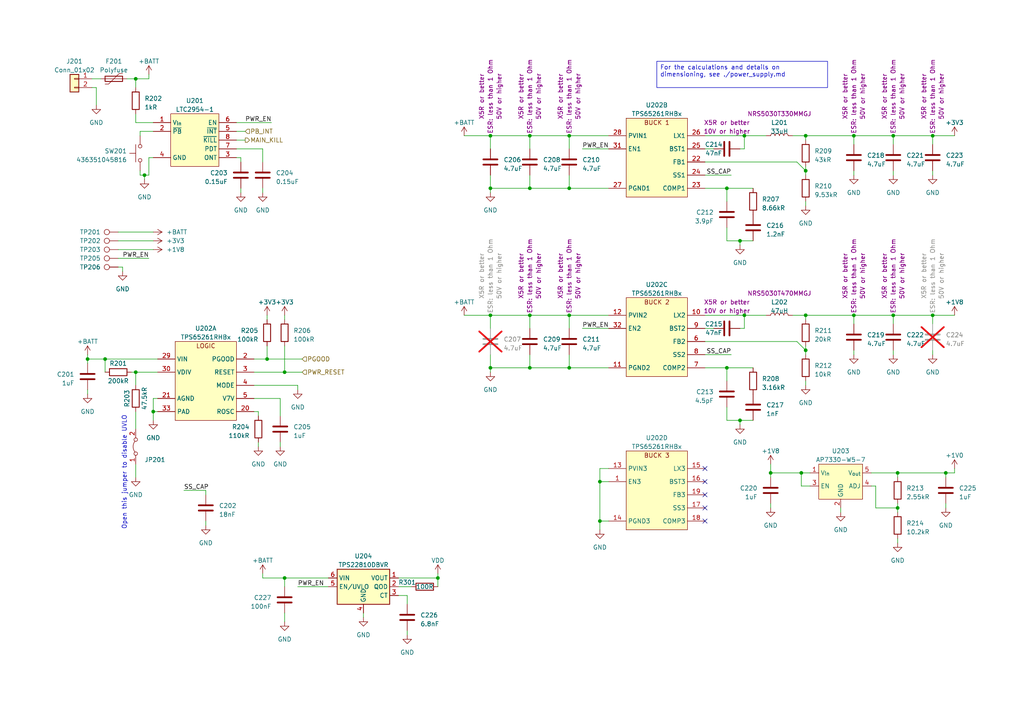
<source format=kicad_sch>
(kicad_sch (version 20230121) (generator eeschema)
  (paper "A4")
  (title_block (title "OpenHT - open source SDR handheld") (date "2023-02-17") (rev "A") (company "M17 Project") (comment 1 "Authors: Wojciech SP5WWP, Leo Hofer, Morgan ON4MOD"))
  (lib_symbols
    (symbol "Connector:TestPoint" (pin_numbers hide) (pin_names (offset 0.762) hide)
      (property "Reference" "TP" (at 0 6.858 0))
      (property "Value" "TestPoint" (at 0 5.08 0))
      (symbol "TestPoint_0_1"
        (circle (center 0 3.302) (radius 0.762))
      )
      (symbol "TestPoint_1_1"
        (pin passive line (at 0 0 90) (length 2.54) (name "1") (number "1"))
      )
    )
    (symbol "Connector_Generic:Conn_01x02" (pin_names (offset 1.016) hide)
      (property "Reference" "J" (at 0 2.54 0))
      (property "Value" "Conn_01x02" (at 0 -5.08 0))
      (symbol "Conn_01x02_1_1"
        (rectangle (start -1.27 -2.413) (end 0 -2.667) (stroke (width 0.1524)))
        (rectangle (start -1.27 0.127) (end 0 -0.127) (stroke (width 0.1524)))
        (rectangle (start -1.27 1.27) (end 1.27 -3.81) (stroke (width 0.254)) (fill (type background)))
        (pin passive line (at -5.08 0 0) (length 3.81) (name "Pin_1") (number "1"))
        (pin passive line (at -5.08 -2.54 0) (length 3.81) (name "Pin_2") (number "2"))
      )
    )
    (symbol "Device:C" (pin_numbers hide) (pin_names (offset 0.254))
      (property "Reference" "C" (at 0.635 2.54 0))
      (property "Value" "C" (at 0.635 -2.54 0))
      (symbol "C_0_1"
        (polyline (pts (xy -2.032 -0.762) (xy 2.032 -0.762)) (stroke (width 0.508)))
        (polyline (pts (xy -2.032 0.762) (xy 2.032 0.762)) (stroke (width 0.508)))
      )
      (symbol "C_1_1"
        (pin passive line (at 0 3.81 270) (length 2.794) (name "~") (number "1"))
        (pin passive line (at 0 -3.81 90) (length 2.794) (name "~") (number "2"))
      )
    )
    (symbol "Device:L" (pin_numbers hide) (pin_names (offset 1.016) hide)
      (property "Reference" "L" (at -1.27 0 90))
      (property "Value" "L" (at 1.905 0 90))
      (symbol "L_0_1"
        (arc (start 0 -2.54) (mid 0.6323 -1.905) (end 0 -1.27))
        (arc (start 0 -1.27) (mid 0.6323 -0.635) (end 0 0))
        (arc (start 0 0) (mid 0.6323 0.635) (end 0 1.27))
        (arc (start 0 1.27) (mid 0.6323 1.905) (end 0 2.54))
      )
      (symbol "L_1_1"
        (pin passive line (at 0 3.81 270) (length 1.27) (name "1") (number "1"))
        (pin passive line (at 0 -3.81 90) (length 1.27) (name "2") (number "2"))
      )
    )
    (symbol "Device:Polyfuse" (pin_numbers hide) (pin_names (offset 0))
      (property "Reference" "F" (at -2.54 0 90))
      (property "Value" "Polyfuse" (at 2.54 0 90))
      (symbol "Polyfuse_0_1"
        (rectangle (start -0.762 2.54) (end 0.762 -2.54) (stroke (width 0.254)))
        (polyline (pts (xy 0 2.54) (xy 0 -2.54)))
        (polyline (pts (xy -1.524 2.54) (xy -1.524 1.524) (xy 1.524 -1.524) (xy 1.524 -2.54)))
      )
      (symbol "Polyfuse_1_1"
        (pin passive line (at 0 3.81 270) (length 1.27) (name "~") (number "1"))
        (pin passive line (at 0 -3.81 90) (length 1.27) (name "~") (number "2"))
      )
    )
    (symbol "Device:R" (pin_numbers hide) (pin_names (offset 0))
      (property "Reference" "R" (at 2.032 0 90))
      (property "Value" "R" (at 0 0 90))
      (symbol "R_0_1"
        (rectangle (start -1.016 -2.54) (end 1.016 2.54) (stroke (width 0.254)))
      )
      (symbol "R_1_1"
        (pin passive line (at 0 3.81 270) (length 1.27) (name "~") (number "1"))
        (pin passive line (at 0 -3.81 90) (length 1.27) (name "~") (number "2"))
      )
    )
    (symbol "Jumper:Jumper_2_Bridged" (pin_names (offset 0) hide)
      (property "Reference" "JP" (at 0 1.905 0))
      (property "Value" "Jumper_2_Bridged" (at 0 -2.54 0))
      (symbol "Jumper_2_Bridged_0_0"
        (circle (center -2.032 0) (radius 0.508))
        (circle (center 2.032 0) (radius 0.508))
      )
      (symbol "Jumper_2_Bridged_0_1"
        (arc (start 1.524 0.254) (mid 0 0.762) (end -1.524 0.254))
      )
      (symbol "Jumper_2_Bridged_1_1"
        (pin passive line (at -5.08 0 0) (length 2.54) (name "A") (number "1"))
        (pin passive line (at 5.08 0 180) (length 2.54) (name "B") (number "2"))
      )
    )
    (symbol "M17_misc_active:LTC2954-1"
      (property "Reference" "U" (at 0 1.27 0))
      (property "Value" "LTC2954-1" (at 10.16 1.27 0))
      (symbol "LTC2954-1_0_1"
        (rectangle (start 0 0) (end 13.97 -15.24) (fill (type background)))
      )
      (symbol "LTC2954-1_1_1"
        (pin power_in line (at -5.08 -2.54 0) (length 5.08) (name "V_{in}") (number "1"))
        (pin input line (at -5.08 -5.08 0) (length 5.08) (name "~{PB}") (number "2"))
        (pin input line (at 19.05 -12.7 180) (length 5.08) (name "ONT") (number "3"))
        (pin power_in line (at -5.08 -12.7 0) (length 5.08) (name "GND") (number "4"))
        (pin output line (at 19.05 -5.08 180) (length 5.08) (name "~{INT}") (number "5"))
        (pin output line (at 19.05 -2.54 180) (length 5.08) (name "EN") (number "6"))
        (pin input line (at 19.05 -10.16 180) (length 5.08) (name "PDT") (number "7"))
        (pin input line (at 19.05 -7.62 180) (length 5.08) (name "~{KILL}") (number "8"))
      )
    )
    (symbol "M17_power:AP7330D-W5-7"
      (property "Reference" "U" (at 0 1.27 0))
      (property "Value" "AP7330-W5-7" (at 10.16 1.27 0))
      (symbol "AP7330D-W5-7_0_1"
        (rectangle (start 0 0) (end 12.7 -10.16) (fill (type background)))
      )
      (symbol "AP7330D-W5-7_1_1"
        (pin power_in line (at -2.54 -2.54 0) (length 2.54) (name "V_{in}") (number "1"))
        (pin power_in line (at 6.35 -12.7 90) (length 2.54) (name "GND") (number "2"))
        (pin input line (at -2.54 -6.35 0) (length 2.54) (name "EN") (number "3"))
        (pin input line (at 15.24 -6.35 180) (length 2.54) (name "ADJ") (number "4"))
        (pin power_out line (at 15.24 -2.54 180) (length 2.54) (name "V_{out}") (number "5"))
      )
    )
    (symbol "M17_power:TPS22810DRV"
      (property "Reference" "U" (at -6.35 6.35 0))
      (property "Value" "TPS22810DRV" (at 7.62 -6.35 0))
      (symbol "TPS22810DRV_1_1"
        (rectangle (start -7.62 5.08) (end 7.62 -5.08) (stroke (width 0.254)) (fill (type background)))
        (pin power_out line (at 10.16 2.54 180) (length 2.54) (name "VOUT") (number "1"))
        (pin open_collector line (at 10.16 0 180) (length 2.54) (name "QOD") (number "2"))
        (pin output line (at 10.16 -2.54 180) (length 2.54) (name "CT") (number "3"))
        (pin power_in line (at 0 -7.62 90) (length 2.54) (name "GND") (number "4"))
        (pin input line (at -10.16 0 0) (length 2.54) (name "EN/UVLO") (number "5"))
        (pin power_in line (at -10.16 2.54 0) (length 2.54) (name "VIN") (number "6"))
      )
    )
    (symbol "M17_power:TPS65261RHBx"
      (property "Reference" "U" (at 0 1.27 0))
      (property "Value" "TPS65261RHBx" (at 10.16 1.27 0))
      (symbol "TPS65261RHBx_1_1"
        (rectangle (start 0 0) (end 17.78 -22.86) (fill (type background)))
        (text "LOGIC" (at 8.89 -1.27 0) (effects (font (size 1.27 1.27))))
        (pin open_collector line (at 22.86 -5.08 180) (length 5.08) (name "PGOOD") (number "2"))
        (pin input line (at 22.86 -20.32 180) (length 5.08) (name "ROSC") (number "20"))
        (pin power_in line (at -5.08 -16.51 0) (length 5.08) (name "AGND") (number "21"))
        (pin power_in line (at -5.08 -5.08 0) (length 5.08) (name "VIN") (number "29"))
        (pin open_collector line (at 22.86 -8.89 180) (length 5.08) (name "RESET") (number "3"))
        (pin input line (at -5.08 -8.89 0) (length 5.08) (name "VDIV") (number "30"))
        (pin passive line (at -5.08 -20.32 0) (length 5.08) (name "PAD") (number "33"))
        (pin input line (at 22.86 -12.7 180) (length 5.08) (name "MODE") (number "4"))
        (pin power_out line (at 22.86 -16.51 180) (length 5.08) (name "V7V") (number "5"))
      )
      (symbol "TPS65261RHBx_2_1"
        (rectangle (start 0 0) (end 17.78 -22.86) (fill (type background)))
        (text "BUCK 1" (at 8.89 -1.27 0) (effects (font (size 1.27 1.27))))
        (pin input line (at 22.86 -12.7 180) (length 5.08) (name "FB1") (number "22"))
        (pin output line (at 22.86 -20.32 180) (length 5.08) (name "COMP1") (number "23"))
        (pin input line (at 22.86 -16.51 180) (length 5.08) (name "SS1") (number "24"))
        (pin input line (at 22.86 -8.89 180) (length 5.08) (name "BST1") (number "25"))
        (pin power_out line (at 22.86 -5.08 180) (length 5.08) (name "LX1") (number "26"))
        (pin power_in line (at -5.08 -20.32 0) (length 5.08) (name "PGND1") (number "27"))
        (pin power_in line (at -5.08 -5.08 0) (length 5.08) (name "PVIN1") (number "28"))
        (pin input line (at -5.08 -8.89 0) (length 5.08) (name "EN1") (number "31"))
      )
      (symbol "TPS65261RHBx_3_1"
        (rectangle (start 0 0) (end 17.78 -22.86) (fill (type background)))
        (text "BUCK 2" (at 8.89 -1.27 0) (effects (font (size 1.27 1.27))))
        (pin power_out line (at 22.86 -5.08 180) (length 5.08) (name "LX2") (number "10"))
        (pin power_in line (at -5.08 -20.32 0) (length 5.08) (name "PGND2") (number "11"))
        (pin power_in line (at -5.08 -5.08 0) (length 5.08) (name "PVIN2") (number "12"))
        (pin input line (at -5.08 -8.89 0) (length 5.08) (name "EN2") (number "32"))
        (pin input line (at 22.86 -12.7 180) (length 5.08) (name "FB2") (number "6"))
        (pin output line (at 22.86 -20.32 180) (length 5.08) (name "COMP2") (number "7"))
        (pin input line (at 22.86 -16.51 180) (length 5.08) (name "SS2") (number "8"))
        (pin input line (at 22.86 -8.89 180) (length 5.08) (name "BST2") (number "9"))
      )
      (symbol "TPS65261RHBx_4_1"
        (rectangle (start 0 0) (end 17.78 -22.86) (fill (type background)))
        (text "BUCK 3" (at 8.89 -1.27 0) (effects (font (size 1.27 1.27))))
        (pin input line (at -5.08 -8.89 0) (length 5.08) (name "EN3") (number "1"))
        (pin power_in line (at -5.08 -5.08 0) (length 5.08) (name "PVIN3") (number "13"))
        (pin power_in line (at -5.08 -20.32 0) (length 5.08) (name "PGND3") (number "14"))
        (pin power_out line (at 22.86 -5.08 180) (length 5.08) (name "LX3") (number "15"))
        (pin input line (at 22.86 -8.89 180) (length 5.08) (name "BST3") (number "16"))
        (pin input line (at 22.86 -16.51 180) (length 5.08) (name "SS3") (number "17"))
        (pin output line (at 22.86 -20.32 180) (length 5.08) (name "COMP3") (number "18"))
        (pin input line (at 22.86 -12.7 180) (length 5.08) (name "FB3") (number "19"))
      )
    )
    (symbol "Switch:SW_Push" (pin_numbers hide) (pin_names (offset 1.016) hide)
      (property "Reference" "SW" (at 1.27 2.54 0))
      (property "Value" "SW_Push" (at 0 -1.524 0))
      (symbol "SW_Push_0_1"
        (circle (center -2.032 0) (radius 0.508))
        (polyline (pts (xy 0 1.27) (xy 0 3.048)))
        (polyline (pts (xy 2.54 1.27) (xy -2.54 1.27)))
        (circle (center 2.032 0) (radius 0.508))
        (pin passive line (at -5.08 0 0) (length 2.54) (name "1") (number "1"))
        (pin passive line (at 5.08 0 180) (length 2.54) (name "2") (number "2"))
      )
    )
    (symbol "power:+1V0" (power) (pin_names (offset 0))
      (property "Value" "+1V0" (at 0 3.556 0))
      (symbol "+1V0_0_1"
        (polyline (pts (xy -0.762 1.27) (xy 0 2.54)))
        (polyline (pts (xy 0 0) (xy 0 2.54)))
        (polyline (pts (xy 0 2.54) (xy 0.762 1.27)))
      )
      (symbol "+1V0_1_1"
        (pin power_in line (at 0 0 90) (length 0) hide (name "+1V0") (number "1"))
      )
    )
    (symbol "power:+1V8" (power) (pin_names (offset 0))
      (property "Value" "+1V8" (at 0 3.556 0))
      (symbol "+1V8_0_1"
        (polyline (pts (xy -0.762 1.27) (xy 0 2.54)))
        (polyline (pts (xy 0 0) (xy 0 2.54)))
        (polyline (pts (xy 0 2.54) (xy 0.762 1.27)))
      )
      (symbol "+1V8_1_1"
        (pin power_in line (at 0 0 90) (length 0) hide (name "+1V8") (number "1"))
      )
    )
    (symbol "power:+3V3" (power) (pin_names (offset 0))
      (property "Value" "+3V3" (at 0 3.556 0))
      (symbol "+3V3_0_1"
        (polyline (pts (xy -0.762 1.27) (xy 0 2.54)))
        (polyline (pts (xy 0 0) (xy 0 2.54)))
        (polyline (pts (xy 0 2.54) (xy 0.762 1.27)))
      )
      (symbol "+3V3_1_1"
        (pin power_in line (at 0 0 90) (length 0) hide (name "+3V3") (number "1"))
      )
    )
    (symbol "power:+BATT" (power) (pin_names (offset 0))
      (property "Value" "+BATT" (at 0 3.556 0))
      (symbol "+BATT_0_1"
        (polyline (pts (xy -0.762 1.27) (xy 0 2.54)))
        (polyline (pts (xy 0 0) (xy 0 2.54)))
        (polyline (pts (xy 0 2.54) (xy 0.762 1.27)))
      )
      (symbol "+BATT_1_1"
        (pin power_in line (at 0 0 90) (length 0) hide (name "+BATT") (number "1"))
      )
    )
    (symbol "power:GND" (power) (pin_names (offset 0))
      (property "Value" "GND" (at 0 -3.81 0))
      (symbol "GND_0_1"
        (polyline (pts (xy 0 0) (xy 0 -1.27) (xy 1.27 -1.27) (xy 0 -2.54) (xy -1.27 -1.27) (xy 0 -1.27)))
      )
      (symbol "GND_1_1"
        (pin power_in line (at 0 0 270) (length 0) hide (name "GND") (number "1"))
      )
    )
    (symbol "power:VDD" (power) (pin_names (offset 0))
      (property "Value" "VDD" (at 0 3.81 0))
      (symbol "VDD_0_1"
        (polyline (pts (xy -0.762 1.27) (xy 0 2.54)))
        (polyline (pts (xy 0 0) (xy 0 2.54)))
        (polyline (pts (xy 0 2.54) (xy 0.762 1.27)))
      )
      (symbol "VDD_1_1"
        (pin power_in line (at 0 0 90) (length 0) hide (name "VDD") (number "1"))
      )
    )
  )
  (junction (at 153.67 54.61))
  (junction (at 223.52 137.16))
  (junction (at 39.37 22.86))
  (junction (at 270.51 91.44))
  (junction (at 82.55 167.64))
  (junction (at 259.08 91.44))
  (junction (at 165.1 39.37))
  (junction (at 142.24 106.68))
  (junction (at 142.24 39.37))
  (junction (at 233.68 49.53))
  (junction (at 232.41 137.16))
  (junction (at 153.67 91.44))
  (junction (at 259.08 39.37))
  (junction (at 233.68 39.37))
  (junction (at 210.82 106.68))
  (junction (at 127 167.64))
  (junction (at 247.65 91.44))
  (junction (at 270.51 39.37))
  (junction (at 214.63 121.92))
  (junction (at 82.55 107.95))
  (junction (at 274.32 137.16))
  (junction (at 260.35 147.32))
  (junction (at 233.68 91.44))
  (junction (at 77.47 104.14))
  (junction (at 153.67 106.68))
  (junction (at 215.9 39.37))
  (junction (at 142.24 91.44))
  (junction (at 215.9 91.44))
  (junction (at 39.37 107.95))
  (junction (at 233.68 101.6))
  (junction (at 173.99 139.7))
  (junction (at 210.82 54.61))
  (junction (at 41.91 50.8))
  (junction (at 142.24 54.61))
  (junction (at 165.1 91.44))
  (junction (at 153.67 39.37))
  (junction (at 25.4 104.14))
  (junction (at 173.99 151.13))
  (junction (at 260.35 137.16))
  (junction (at 165.1 106.68))
  (junction (at 247.65 39.37))
  (junction (at 165.1 54.61))
  (junction (at 44.45 119.38))
  (junction (at 214.63 69.85))
  (junction (at 30.48 104.14))
  (no_connect (at 204.47 151.13))
  (no_connect (at 204.47 139.7))
  (no_connect (at 204.47 143.51))
  (no_connect (at 204.47 135.89))
  (no_connect (at 204.47 147.32))
  (wire (pts (xy 39.37 22.86) (xy 39.37 25.4)))
  (wire (pts (xy 34.29 69.85) (xy 44.45 69.85)))
  (wire (pts (xy 40.64 49.53) (xy 40.64 50.8)))
  (wire (pts (xy 41.91 50.8) (xy 41.91 52.07)))
  (wire (pts (xy 165.1 39.37) (xy 176.53 39.37)))
  (wire (pts (xy 210.82 121.92) (xy 214.63 121.92)))
  (wire (pts (xy 215.9 39.37) (xy 222.25 39.37)))
  (wire (pts (xy 165.1 54.61) (xy 176.53 54.61)))
  (wire (pts (xy 153.67 91.44) (xy 165.1 91.44)))
  (wire (pts (xy 39.37 119.38) (xy 39.37 124.46)))
  (wire (pts (xy 77.47 91.44) (xy 77.47 92.71)))
  (wire (pts (xy 39.37 107.95) (xy 39.37 111.76)))
  (wire (pts (xy 270.51 91.44) (xy 276.86 91.44)))
  (wire (pts (xy 243.84 147.32) (xy 243.84 148.59)))
  (wire (pts (xy 82.55 177.8) (xy 82.55 180.34)))
  (wire (pts (xy 82.55 100.33) (xy 82.55 107.95)))
  (wire (pts (xy 82.55 91.44) (xy 82.55 92.71)))
  (wire (pts (xy 165.1 106.68) (xy 176.53 106.68)))
  (wire (pts (xy 259.08 91.44) (xy 259.08 93.98)))
  (wire (pts (xy 142.24 106.68) (xy 142.24 107.95)))
  (wire (pts (xy 44.45 115.57) (xy 44.45 119.38)))
  (wire (pts (xy 252.73 140.97) (xy 254 140.97)))
  (wire (pts (xy 260.35 146.05) (xy 260.35 147.32)))
  (wire (pts (xy 233.68 91.44) (xy 233.68 92.71)))
  (wire (pts (xy 233.68 59.69) (xy 233.68 58.42)))
  (wire (pts (xy 73.66 111.76) (xy 86.36 111.76)))
  (wire (pts (xy 142.24 54.61) (xy 153.67 54.61)))
  (wire (pts (xy 134.62 91.44) (xy 142.24 91.44)))
  (wire (pts (xy 173.99 135.89) (xy 176.53 135.89)))
  (wire (pts (xy 214.63 95.25) (xy 215.9 95.25)))
  (wire (pts (xy 231.14 46.99) (xy 233.68 49.53)))
  (wire (pts (xy 82.55 167.64) (xy 95.25 167.64)))
  (wire (pts (xy 214.63 69.85) (xy 214.63 71.12)))
  (wire (pts (xy 254 147.32) (xy 260.35 147.32)))
  (wire (pts (xy 210.82 69.85) (xy 210.82 66.04)))
  (wire (pts (xy 44.45 119.38) (xy 45.72 119.38)))
  (wire (pts (xy 39.37 33.02) (xy 39.37 35.56)))
  (wire (pts (xy 43.18 22.86) (xy 39.37 22.86)))
  (wire (pts (xy 40.64 38.1) (xy 44.45 38.1)))
  (wire (pts (xy 270.51 39.37) (xy 276.86 39.37)))
  (wire (pts (xy 142.24 50.8) (xy 142.24 54.61)))
  (wire (pts (xy 77.47 100.33) (xy 77.47 104.14)))
  (wire (pts (xy 247.65 91.44) (xy 247.65 93.98)))
  (wire (pts (xy 232.41 137.16) (xy 232.41 140.97)))
  (wire (pts (xy 233.68 111.76) (xy 233.68 110.49)))
  (wire (pts (xy 270.51 49.53) (xy 270.51 50.8)))
  (wire (pts (xy 204.47 39.37) (xy 215.9 39.37)))
  (wire (pts (xy 30.48 104.14) (xy 30.48 107.95)))
  (wire (pts (xy 165.1 91.44) (xy 165.1 95.25)))
  (wire (pts (xy 247.65 49.53) (xy 247.65 50.8)))
  (wire (pts (xy 43.18 45.72) (xy 43.18 50.8)))
  (wire (pts (xy 59.69 142.24) (xy 59.69 143.51)))
  (wire (pts (xy 233.68 91.44) (xy 247.65 91.44)))
  (wire (pts (xy 214.63 43.18) (xy 215.9 43.18)))
  (wire (pts (xy 105.41 179.07) (xy 105.41 177.8)))
  (wire (pts (xy 27.94 25.4) (xy 27.94 30.48)))
  (wire (pts (xy 260.35 156.21) (xy 260.35 157.48)))
  (wire (pts (xy 276.86 137.16) (xy 276.86 135.89)))
  (wire (pts (xy 259.08 49.53) (xy 259.08 50.8)))
  (wire (pts (xy 69.85 54.61) (xy 69.85 55.88)))
  (wire (pts (xy 173.99 135.89) (xy 173.99 139.7)))
  (wire (pts (xy 274.32 146.05) (xy 274.32 147.32)))
  (wire (pts (xy 26.67 25.4) (xy 27.94 25.4)))
  (wire (pts (xy 59.69 151.13) (xy 59.69 152.4)))
  (wire (pts (xy 223.52 146.05) (xy 223.52 147.32)))
  (wire (pts (xy 223.52 137.16) (xy 223.52 138.43)))
  (wire (pts (xy 153.67 54.61) (xy 165.1 54.61)))
  (wire (pts (xy 165.1 50.8) (xy 165.1 54.61)))
  (wire (pts (xy 173.99 139.7) (xy 176.53 139.7)))
  (wire (pts (xy 41.91 50.8) (xy 43.18 50.8)))
  (wire (pts (xy 204.47 106.68) (xy 210.82 106.68)))
  (wire (pts (xy 165.1 39.37) (xy 165.1 43.18)))
  (wire (pts (xy 259.08 101.6) (xy 259.08 102.87)))
  (wire (pts (xy 165.1 102.87) (xy 165.1 106.68)))
  (wire (pts (xy 233.68 101.6) (xy 233.68 102.87)))
  (wire (pts (xy 76.2 167.64) (xy 82.55 167.64)))
  (wire (pts (xy 168.91 95.25) (xy 176.53 95.25)))
  (wire (pts (xy 82.55 167.64) (xy 82.55 170.18)))
  (wire (pts (xy 270.51 39.37) (xy 270.51 41.91)))
  (wire (pts (xy 118.11 172.72) (xy 118.11 175.26)))
  (wire (pts (xy 43.18 21.59) (xy 43.18 22.86)))
  (wire (pts (xy 86.36 170.18) (xy 95.25 170.18)))
  (wire (pts (xy 127 167.64) (xy 127 170.18)))
  (wire (pts (xy 81.28 128.27) (xy 81.28 129.54)))
  (wire (pts (xy 142.24 91.44) (xy 142.24 95.25)))
  (wire (pts (xy 165.1 91.44) (xy 176.53 91.44)))
  (wire (pts (xy 86.36 111.76) (xy 86.36 113.03)))
  (wire (pts (xy 142.24 39.37) (xy 153.67 39.37)))
  (wire (pts (xy 204.47 95.25) (xy 207.01 95.25)))
  (wire (pts (xy 25.4 104.14) (xy 30.48 104.14)))
  (wire (pts (xy 233.68 49.53) (xy 233.68 50.8)))
  (wire (pts (xy 40.64 50.8) (xy 41.91 50.8)))
  (wire (pts (xy 173.99 151.13) (xy 173.99 153.67)))
  (wire (pts (xy 82.55 107.95) (xy 87.63 107.95)))
  (wire (pts (xy 214.63 69.85) (xy 218.44 69.85)))
  (wire (pts (xy 39.37 134.62) (xy 39.37 138.43)))
  (wire (pts (xy 254 140.97) (xy 254 147.32)))
  (wire (pts (xy 34.29 74.93) (xy 43.18 74.93)))
  (wire (pts (xy 81.28 115.57) (xy 81.28 120.65)))
  (wire (pts (xy 68.58 35.56) (xy 78.74 35.56)))
  (wire (pts (xy 153.67 50.8) (xy 153.67 54.61)))
  (wire (pts (xy 53.34 142.24) (xy 59.69 142.24)))
  (wire (pts (xy 223.52 137.16) (xy 232.41 137.16)))
  (wire (pts (xy 73.66 104.14) (xy 77.47 104.14)))
  (wire (pts (xy 127 166.37) (xy 127 167.64)))
  (wire (pts (xy 153.67 91.44) (xy 153.67 95.25)))
  (wire (pts (xy 39.37 35.56) (xy 44.45 35.56)))
  (wire (pts (xy 229.87 91.44) (xy 233.68 91.44)))
  (wire (pts (xy 260.35 138.43) (xy 260.35 137.16)))
  (wire (pts (xy 247.65 39.37) (xy 247.65 41.91)))
  (wire (pts (xy 118.11 182.88) (xy 118.11 184.15)))
  (wire (pts (xy 233.68 100.33) (xy 233.68 101.6)))
  (wire (pts (xy 210.82 106.68) (xy 218.44 106.68)))
  (wire (pts (xy 142.24 102.87) (xy 142.24 106.68)))
  (wire (pts (xy 39.37 107.95) (xy 45.72 107.95)))
  (wire (pts (xy 210.82 106.68) (xy 210.82 110.49)))
  (wire (pts (xy 204.47 102.87) (xy 212.09 102.87)))
  (wire (pts (xy 142.24 91.44) (xy 153.67 91.44)))
  (wire (pts (xy 153.67 106.68) (xy 165.1 106.68)))
  (wire (pts (xy 153.67 39.37) (xy 165.1 39.37)))
  (wire (pts (xy 270.51 91.44) (xy 270.51 93.98)))
  (wire (pts (xy 204.47 50.8) (xy 212.09 50.8)))
  (wire (pts (xy 233.68 39.37) (xy 233.68 40.64)))
  (wire (pts (xy 115.57 172.72) (xy 118.11 172.72)))
  (wire (pts (xy 260.35 137.16) (xy 252.73 137.16)))
  (wire (pts (xy 204.47 99.06) (xy 231.14 99.06)))
  (wire (pts (xy 270.51 101.6) (xy 270.51 102.87)))
  (wire (pts (xy 73.66 115.57) (xy 81.28 115.57)))
  (wire (pts (xy 153.67 39.37) (xy 153.67 43.18)))
  (wire (pts (xy 25.4 113.03) (xy 25.4 114.3)))
  (wire (pts (xy 210.82 54.61) (xy 210.82 58.42)))
  (wire (pts (xy 76.2 43.18) (xy 76.2 46.99)))
  (wire (pts (xy 168.91 43.18) (xy 176.53 43.18)))
  (wire (pts (xy 153.67 102.87) (xy 153.67 106.68)))
  (wire (pts (xy 25.4 105.41) (xy 25.4 104.14)))
  (wire (pts (xy 260.35 147.32) (xy 260.35 148.59)))
  (wire (pts (xy 34.29 72.39) (xy 44.45 72.39)))
  (wire (pts (xy 44.45 115.57) (xy 45.72 115.57)))
  (wire (pts (xy 68.58 40.64) (xy 71.12 40.64)))
  (wire (pts (xy 76.2 54.61) (xy 76.2 55.88)))
  (wire (pts (xy 142.24 39.37) (xy 142.24 43.18)))
  (wire (pts (xy 38.1 107.95) (xy 39.37 107.95)))
  (wire (pts (xy 214.63 121.92) (xy 214.63 123.19)))
  (wire (pts (xy 247.65 39.37) (xy 259.08 39.37)))
  (wire (pts (xy 232.41 137.16) (xy 234.95 137.16)))
  (wire (pts (xy 259.08 39.37) (xy 259.08 41.91)))
  (wire (pts (xy 204.47 54.61) (xy 210.82 54.61)))
  (wire (pts (xy 274.32 137.16) (xy 274.32 138.43)))
  (wire (pts (xy 68.58 43.18) (xy 76.2 43.18)))
  (wire (pts (xy 77.47 104.14) (xy 87.63 104.14)))
  (wire (pts (xy 204.47 91.44) (xy 215.9 91.44)))
  (wire (pts (xy 142.24 106.68) (xy 153.67 106.68)))
  (wire (pts (xy 210.82 121.92) (xy 210.82 118.11)))
  (wire (pts (xy 74.93 119.38) (xy 74.93 120.65)))
  (wire (pts (xy 142.24 54.61) (xy 142.24 55.88)))
  (wire (pts (xy 68.58 45.72) (xy 69.85 45.72)))
  (wire (pts (xy 210.82 69.85) (xy 214.63 69.85)))
  (wire (pts (xy 215.9 91.44) (xy 215.9 95.25)))
  (wire (pts (xy 73.66 119.38) (xy 74.93 119.38)))
  (wire (pts (xy 259.08 39.37) (xy 270.51 39.37)))
  (wire (pts (xy 43.18 45.72) (xy 44.45 45.72)))
  (wire (pts (xy 204.47 43.18) (xy 207.01 43.18)))
  (wire (pts (xy 173.99 139.7) (xy 173.99 151.13)))
  (wire (pts (xy 223.52 134.62) (xy 223.52 137.16)))
  (wire (pts (xy 73.66 107.95) (xy 82.55 107.95)))
  (wire (pts (xy 259.08 91.44) (xy 270.51 91.44)))
  (wire (pts (xy 69.85 45.72) (xy 69.85 46.99)))
  (wire (pts (xy 35.56 77.47) (xy 35.56 78.74)))
  (wire (pts (xy 210.82 54.61) (xy 218.44 54.61)))
  (wire (pts (xy 68.58 38.1) (xy 71.12 38.1)))
  (wire (pts (xy 25.4 102.87) (xy 25.4 104.14)))
  (wire (pts (xy 173.99 151.13) (xy 176.53 151.13)))
  (wire (pts (xy 26.67 22.86) (xy 29.21 22.86)))
  (wire (pts (xy 74.93 128.27) (xy 74.93 129.54)))
  (wire (pts (xy 115.57 167.64) (xy 127 167.64)))
  (wire (pts (xy 233.68 39.37) (xy 247.65 39.37)))
  (wire (pts (xy 115.57 170.18) (xy 119.38 170.18)))
  (wire (pts (xy 232.41 140.97) (xy 234.95 140.97)))
  (wire (pts (xy 274.32 137.16) (xy 276.86 137.16)))
  (wire (pts (xy 204.47 46.99) (xy 231.14 46.99)))
  (wire (pts (xy 34.29 67.31) (xy 44.45 67.31)))
  (wire (pts (xy 214.63 121.92) (xy 218.44 121.92)))
  (wire (pts (xy 36.83 22.86) (xy 39.37 22.86)))
  (wire (pts (xy 215.9 91.44) (xy 222.25 91.44)))
  (wire (pts (xy 34.29 77.47) (xy 35.56 77.47)))
  (wire (pts (xy 229.87 39.37) (xy 233.68 39.37)))
  (wire (pts (xy 76.2 166.37) (xy 76.2 167.64)))
  (wire (pts (xy 233.68 48.26) (xy 233.68 49.53)))
  (wire (pts (xy 30.48 104.14) (xy 45.72 104.14)))
  (wire (pts (xy 40.64 38.1) (xy 40.64 39.37)))
  (wire (pts (xy 215.9 39.37) (xy 215.9 43.18)))
  (wire (pts (xy 44.45 119.38) (xy 44.45 121.92)))
  (wire (pts (xy 247.65 101.6) (xy 247.65 102.87)))
  (wire (pts (xy 134.62 39.37) (xy 142.24 39.37)))
  (wire (pts (xy 260.35 137.16) (xy 274.32 137.16)))
  (wire (pts (xy 231.14 99.06) (xy 233.68 101.6)))
  (wire (pts (xy 247.65 91.44) (xy 259.08 91.44)))
  (text_box "For the calculations and details on dimensioning, see ./power_supply.md" (at 190.5 17.78 0) (size 49.53 7.62) (effects (font (size 1.27 1.27)) (justify left top)))
  (text "Open this jumper to disable UVLO" (at 36.83 153.67 90) (effects (font (size 1.27 1.27)) (justify left bottom)))
  (label "PWR_EN" (at 168.91 43.18 0))
  (label "PWR_EN" (at 168.91 95.25 0))
  (label "SS_CAP" (at 53.34 142.24 0))
  (label "PWR_EN" (at 43.18 74.93 180))
  (label "SS_CAP" (at 212.09 102.87 180))
  (label "SS_CAP" (at 212.09 50.8 180))
  (label "PWR_EN" (at 78.74 35.56 180))
  (label "PWR_EN" (at 86.36 170.18 0))
  (hierarchical_label "PGOOD" (shape input) (at 87.63 104.14 0))
  (hierarchical_label "PB_INT" (shape input) (at 71.12 38.1 0))
  (hierarchical_label "PWR_RESET" (shape input) (at 87.63 107.95 0))
  (hierarchical_label "MAIN_KILL" (shape output) (at 71.12 40.64 0))
  (symbol (lib_id "Device:C") (at 153.67 99.06 0) (unit 1)
    (property "Reference" "C209" (at 157.48 98.425 0) (effects (justify left)))
    (property "Value" "4.7uF" (at 157.48 100.965 0) (effects (justify left)))
    (property "Footprint" "Capacitor_SMD:C_0805_2012Metric" (effects hide))
    (property "Dielectric" "X5R or better" (at 151.13 80.01 90))
    (property "Rated voltage" "50V or higher" (at 156.21 80.01 90))
    (property "ESR" "less than 1 Ohm" (at 153.67 80.01 90) (show_name))
  )
  (symbol (lib_id "Jumper:Jumper_2_Bridged") (at 39.37 129.54 90) (unit 1)
    (property "Reference" "JP201" (at 41.91 133.35 90) (effects (justify right)))
    (property "Value" "Jumper_2_Bridged" (effects hide))
    (property "Footprint" "Connector_PinHeader_2.54mm:PinHeader_1x02_P2.54mm_Vertical" (effects hide))
  )
  (symbol (lib_id "power:GND") (at 74.93 129.54 0) (unit 1)
    (property "Reference" "#PWR0215" (effects hide))
    (property "Value" "GND" (at 74.93 134.62 0))
  )
  (symbol (lib_id "power:+BATT") (at 76.2 166.37 0) (unit 1)
    (property "Reference" "#PWR0239" (effects hide))
    (property "Value" "+BATT" (at 76.2 162.56 0))
  )
  (symbol (lib_id "M17_power:TPS65261RHBx") (at 50.8 99.06 0) (unit 1)
    (property "Reference" "U202" (at 59.69 95.25 0))
    (property "Value" "TPS65261RHBx" (at 59.69 97.79 0))
    (property "Footprint" "M17_QFN:VQFN-32-1EP_5x5mm_P0.5mm_EP3.45x3.45mm_ThermalVias" (effects hide))
    (property "Datasheet" "https://www.ti.com/lit/ds/symlink/tps65261.pdf?HQS=dis-dk-null-digikeymode-dsf-pf-null-wwe&ts=1678029063683&ref_url=https%253A%252F%252Fwww.ti.com%252Fgeneral%252Fdocs%252Fsuppproductinfo.tsp%253FdistId%253D10%2526gotoUrl%253Dhttps%253A%252F%252Fwww.ti.com%252Flit%252Fgpn%252Ftps65261" (effects hide))
  )
  (symbol (lib_id "power:GND") (at 259.08 102.87 0) (unit 1)
    (property "Reference" "#PWR0235" (effects hide))
    (property "Value" "GND" (at 259.08 107.95 0))
  )
  (symbol (lib_id "Device:R") (at 82.55 96.52 0) (unit 1)
    (property "Reference" "R206" (at 85.09 95.885 0) (effects (justify left)))
    (property "Value" "100kR" (at 85.09 98.425 0) (effects (justify left)))
    (property "Footprint" "Resistor_SMD:R_0402_1005Metric" (effects hide))
  )
  (symbol (lib_id "power:GND") (at 270.51 50.8 0) (unit 1)
    (property "Reference" "#PWR0237" (effects hide))
    (property "Value" "GND" (at 270.51 55.88 0))
  )
  (symbol (lib_id "Device:C") (at 270.51 97.79 0) (unit 1) (dnp yes)
    (property "Reference" "C224" (at 274.32 97.155 0) (effects (justify left)))
    (property "Value" "4.7uF" (at 274.32 99.695 0) (effects (justify left)))
    (property "Footprint" "Capacitor_SMD:C_0805_2012Metric" (effects hide))
    (property "Dielectric" "X5R or better" (at 267.97 80.01 90))
    (property "Rated voltage" "50V or higher" (at 273.05 80.01 90))
    (property "ESR" "less than 1 Ohm" (at 270.51 80.01 90) (show_name))
  )
  (symbol (lib_id "power:GND") (at 86.36 113.03 0) (unit 1)
    (property "Reference" "#PWR0220" (effects hide))
    (property "Value" "GND" (at 86.36 118.11 0))
  )
  (symbol (lib_id "Device:C") (at 223.52 142.24 0) (unit 1)
    (property "Reference" "C220" (at 219.71 141.605 0) (effects (justify right)))
    (property "Value" "1uF" (at 219.71 144.145 0) (effects (justify right)))
    (property "Footprint" "Capacitor_SMD:C_0402_1005Metric" (effects hide))
  )
  (symbol (lib_id "Device:C") (at 270.51 45.72 0) (unit 1)
    (property "Reference" "C223" (at 274.32 45.085 0) (effects (justify left)))
    (property "Value" "4.7uF" (at 274.32 47.625 0) (effects (justify left)))
    (property "Footprint" "Capacitor_SMD:C_0805_2012Metric" (effects hide))
    (property "Dielectric" "X5R or better" (at 267.97 27.94 90))
    (property "Rated voltage" "50V or higher" (at 273.05 27.94 90))
    (property "ESR" "less than 1 Ohm" (at 270.51 27.94 90) (show_name))
  )
  (symbol (lib_id "power:+3V3") (at 77.47 91.44 0) (unit 1)
    (property "Reference" "#PWR0217" (effects hide))
    (property "Value" "+3V3" (at 77.47 87.63 0))
  )
  (symbol (lib_id "Device:C") (at 69.85 50.8 0) (mirror y) (unit 1)
    (property "Reference" "C203" (at 66.04 50.165 0) (effects (justify left)))
    (property "Value" "0.15uF" (at 66.04 52.705 0) (effects (justify left)))
    (property "Footprint" "Capacitor_SMD:C_0402_1005Metric" (effects hide))
  )
  (symbol (lib_id "Device:R") (at 218.44 58.42 0) (unit 1)
    (property "Reference" "R207" (at 220.98 57.785 0) (effects (justify left)))
    (property "Value" "8.66kR" (at 220.98 60.325 0) (effects (justify left)))
    (property "Footprint" "Resistor_SMD:R_0402_1005Metric" (effects hide))
  )
  (symbol (lib_id "Connector:TestPoint") (at 34.29 69.85 90) (unit 1)
    (property "Reference" "TP202" (at 29.21 69.85 90) (effects (justify left)))
    (property "Value" "TestPoint" (effects hide))
    (property "Footprint" "Connector_Pin:Pin_D0.7mm_L6.5mm_W1.8mm_FlatFork" (effects hide))
  )
  (symbol (lib_id "power:+BATT") (at 134.62 91.44 0) (unit 1)
    (property "Reference" "#PWR0222" (effects hide))
    (property "Value" "+BATT" (at 134.62 87.63 0))
  )
  (symbol (lib_id "Device:C") (at 153.67 46.99 0) (unit 1)
    (property "Reference" "C208" (at 157.48 46.355 0) (effects (justify left)))
    (property "Value" "4.7uF" (at 157.48 48.895 0) (effects (justify left)))
    (property "Footprint" "Capacitor_SMD:C_0805_2012Metric" (effects hide))
    (property "Dielectric" "X5R or better" (at 151.13 27.94 90))
    (property "Rated voltage" "50V or higher" (at 156.21 27.94 90))
    (property "ESR" "less than 1 Ohm" (at 153.67 27.94 90) (show_name))
  )
  (symbol (lib_id "M17_misc_active:LTC2954-1") (at 49.53 33.02 0) (unit 1)
    (property "Reference" "U201" (at 56.515 29.21 0))
    (property "Value" "LTC2954-1" (at 56.515 31.75 0))
    (property "Footprint" "Package_TO_SOT_SMD:TSOT-23-8" (effects hide))
    (property "Datasheet" "https://www.analog.com/media/en/technical-documentation/data-sheets/2954fb.pdf" (effects hide))
  )
  (symbol (lib_id "power:GND") (at 247.65 50.8 0) (unit 1)
    (property "Reference" "#PWR0230" (effects hide))
    (property "Value" "GND" (at 247.65 55.88 0))
  )
  (symbol (lib_id "Device:L") (at 226.06 91.44 90) (unit 1)
    (property "Reference" "L202" (at 226.06 87.63 90))
    (property "Value" "47uH" (at 226.06 90.17 90))
    (property "Footprint" "Inductor_SMD:L_Taiyo-Yuden_NR-50xx" (effects hide))
    (property "MPN" "NRS5030T470MMGJ" (at 226.06 85.09 90))
  )
  (symbol (lib_id "power:GND") (at 243.84 148.59 0) (unit 1)
    (property "Reference" "#PWR0236" (effects hide))
    (property "Value" "GND" (at 243.84 153.67 0))
  )
  (symbol (lib_id "Device:C") (at 259.08 97.79 0) (unit 1)
    (property "Reference" "C222" (at 262.89 97.155 0) (effects (justify left)))
    (property "Value" "4.7uF" (at 262.89 99.695 0) (effects (justify left)))
    (property "Footprint" "Capacitor_SMD:C_0805_2012Metric" (effects hide))
    (property "Dielectric" "X5R or better" (at 256.54 80.01 90))
    (property "Rated voltage" "50V or higher" (at 261.62 80.01 90))
    (property "ESR" "less than 1 Ohm" (at 259.08 80.01 90) (show_name))
  )
  (symbol (lib_id "Device:C") (at 247.65 97.79 0) (unit 1)
    (property "Reference" "C219" (at 251.46 97.155 0) (effects (justify left)))
    (property "Value" "4.7uF" (at 251.46 99.695 0) (effects (justify left)))
    (property "Footprint" "Capacitor_SMD:C_0805_2012Metric" (effects hide))
    (property "Dielectric" "X5R or better" (at 245.11 80.01 90))
    (property "Rated voltage" "50V or higher" (at 250.19 80.01 90))
    (property "ESR" "less than 1 Ohm" (at 247.65 80.01 90) (show_name))
  )
  (symbol (lib_id "Device:C") (at 210.82 114.3 0) (mirror y) (unit 1)
    (property "Reference" "C213" (at 207.01 113.665 0) (effects (justify left)))
    (property "Value" "4.5pF" (at 207.01 116.205 0) (effects (justify left)))
    (property "Footprint" "Capacitor_SMD:C_0402_1005Metric" (effects hide))
  )
  (symbol (lib_id "Device:R") (at 39.37 29.21 0) (unit 1)
    (property "Reference" "R202" (at 41.91 28.575 0) (effects (justify left)))
    (property "Value" "1kR" (at 41.91 31.115 0) (effects (justify left)))
    (property "Footprint" "Resistor_SMD:R_0402_1005Metric" (effects hide))
  )
  (symbol (lib_id "Connector:TestPoint") (at 34.29 74.93 90) (unit 1)
    (property "Reference" "TP205" (at 29.21 74.93 90) (effects (justify left)))
    (property "Value" "TestPoint" (effects hide))
    (property "Footprint" "Connector_Pin:Pin_D0.7mm_L6.5mm_W1.8mm_FlatFork" (effects hide))
  )
  (symbol (lib_id "Device:C") (at 142.24 99.06 0) (unit 1) (dnp yes)
    (property "Reference" "C207" (at 146.05 98.425 0) (effects (justify left)))
    (property "Value" "4.7uF" (at 146.05 100.965 0) (effects (justify left)))
    (property "Footprint" "Capacitor_SMD:C_0805_2012Metric" (effects hide))
    (property "Dielectric" "X5R or better" (at 139.7 80.01 90))
    (property "Rated voltage" "50V or higher" (at 144.78 80.01 90))
    (property "ESR" "less than 1 Ohm" (at 142.24 80.01 90) (show_name))
  )
  (symbol (lib_id "Connector:TestPoint") (at 34.29 77.47 90) (unit 1)
    (property "Reference" "TP206" (at 29.21 77.47 90) (effects (justify left)))
    (property "Value" "TestPoint" (effects hide))
    (property "Footprint" "Connector_Pin:Pin_D0.7mm_L6.5mm_W1.8mm_FlatFork" (effects hide))
  )
  (symbol (lib_id "Device:R") (at 233.68 44.45 0) (unit 1)
    (property "Reference" "R209" (at 236.22 43.815 0) (effects (justify left)))
    (property "Value" "43kR" (at 236.22 46.355 0) (effects (justify left)))
    (property "Footprint" "Resistor_SMD:R_0402_1005Metric" (effects hide))
    (property "Tolerance" "0.1% or better" (effects hide))
  )
  (symbol (lib_id "Device:R") (at 123.19 170.18 90) (unit 1)
    (property "Reference" "R301" (at 118.11 168.91 90))
    (property "Value" "100R" (at 123.19 170.18 90))
    (property "Footprint" "Resistor_SMD:R_0402_1005Metric" (effects hide))
    (instances (project "OpenHT-RF" (path "" (reference "R301") (unit 1)) (path "" (reference "R215") (unit 1))))
  )
  (symbol (lib_id "Device:Polyfuse") (at 33.02 22.86 90) (unit 1)
    (property "Reference" "F201" (at 33.02 17.78 90))
    (property "Value" "Polyfuse" (at 33.02 20.32 90))
    (property "Footprint" "Fuse:Fuse_1812_4532Metric" (effects hide))
  )
  (symbol (lib_id "M17_power:TPS65261RHBx") (at 181.61 34.29 0) (unit 2)
    (property "Reference" "U202" (at 190.5 30.48 0))
    (property "Value" "TPS65261RHBx" (at 190.5 33.02 0))
    (property "Footprint" "M17_QFN:VQFN-32-1EP_5x5mm_P0.5mm_EP3.45x3.45mm_ThermalVias" (effects hide))
    (property "Datasheet" "https://www.ti.com/lit/ds/symlink/tps65261.pdf?HQS=dis-dk-null-digikeymode-dsf-pf-null-wwe&ts=1678029063683&ref_url=https%253A%252F%252Fwww.ti.com%252Fgeneral%252Fdocs%252Fsuppproductinfo.tsp%253FdistId%253D10%2526gotoUrl%253Dhttps%253A%252F%252Fwww.ti.com%252Flit%252Fgpn%252Ftps65261" (effects hide))
  )
  (symbol (lib_id "Device:C") (at 59.69 147.32 0) (unit 1)
    (property "Reference" "C202" (at 63.5 146.685 0) (effects (justify left)))
    (property "Value" "18nF" (at 63.5 149.225 0) (effects (justify left)))
    (property "Footprint" "Capacitor_SMD:C_0402_1005Metric" (effects hide))
  )
  (symbol (lib_id "Device:C") (at 218.44 118.11 0) (unit 1)
    (property "Reference" "C217" (at 222.25 117.475 0) (effects (justify left)))
    (property "Value" "1nF" (at 222.25 120.015 0) (effects (justify left)))
    (property "Footprint" "Capacitor_SMD:C_0402_1005Metric" (effects hide))
  )
  (symbol (lib_id "power:GND") (at 59.69 152.4 0) (unit 1)
    (property "Reference" "#PWR0213" (effects hide))
    (property "Value" "GND" (at 59.69 157.48 0))
  )
  (symbol (lib_id "power:GND") (at 259.08 50.8 0) (unit 1)
    (property "Reference" "#PWR0234" (effects hide))
    (property "Value" "GND" (at 259.08 55.88 0))
  )
  (symbol (lib_id "Device:C") (at 76.2 50.8 0) (unit 1)
    (property "Reference" "C204" (at 80.01 50.165 0) (effects (justify left)))
    (property "Value" "0.15uF" (at 80.01 52.705 0) (effects (justify left)))
    (property "Footprint" "Capacitor_SMD:C_0402_1005Metric" (effects hide))
  )
  (symbol (lib_id "power:GND") (at 274.32 147.32 0) (unit 1)
    (property "Reference" "#PWR0242" (effects hide))
    (property "Value" "GND" (at 274.32 152.4 0))
  )
  (symbol (lib_id "Device:C") (at 210.82 95.25 90) (unit 1)
    (property "Reference" "C215" (at 207.01 93.98 90))
    (property "Value" "47nF" (at 207.01 96.52 90))
    (property "Footprint" "Capacitor_SMD:C_0402_1005Metric" (effects hide))
    (property "Dielectric" "X5R or better" (at 210.82 87.63 90))
    (property "Voltage" "10V or higher" (at 210.82 90.17 90))
  )
  (symbol (lib_id "power:GND") (at 69.85 55.88 0) (unit 1)
    (property "Reference" "#PWR0214" (effects hide))
    (property "Value" "GND" (at 69.85 60.96 0))
  )
  (symbol (lib_id "power:GND") (at 41.91 52.07 0) (unit 1)
    (property "Reference" "#PWR0210" (effects hide))
    (property "Value" "GND" (at 41.91 57.15 0))
  )
  (symbol (lib_id "power:+1V0") (at 276.86 135.89 0) (unit 1)
    (property "Reference" "#PWR0243" (effects hide))
    (property "Value" "+1V0" (at 276.86 132.08 0))
  )
  (symbol (lib_id "power:GND") (at 233.68 111.76 0) (unit 1)
    (property "Reference" "#PWR0229" (effects hide))
    (property "Value" "GND" (at 233.68 116.84 0))
  )
  (symbol (lib_id "power:GND") (at 214.63 71.12 0) (unit 1)
    (property "Reference" "#PWR0226" (effects hide))
    (property "Value" "GND" (at 214.63 76.2 0))
  )
  (symbol (lib_id "power:GND") (at 223.52 147.32 0) (unit 1)
    (property "Reference" "#PWR0233" (effects hide))
    (property "Value" "GND" (at 223.52 152.4 0))
  )
  (symbol (lib_id "Device:C") (at 247.65 45.72 0) (unit 1)
    (property "Reference" "C218" (at 251.46 45.085 0) (effects (justify left)))
    (property "Value" "4.7uF" (at 251.46 47.625 0) (effects (justify left)))
    (property "Footprint" "Capacitor_SMD:C_0805_2012Metric" (effects hide))
    (property "Dielectric" "X5R or better" (at 245.11 27.94 90))
    (property "Rated voltage" "50V or higher" (at 250.19 27.94 90))
    (property "ESR" "less than 1 Ohm" (at 247.65 27.94 90) (show_name))
  )
  (symbol (lib_id "Connector:TestPoint") (at 34.29 72.39 90) (unit 1)
    (property "Reference" "TP203" (at 29.21 72.39 90) (effects (justify left)))
    (property "Value" "TestPoint" (effects hide))
    (property "Footprint" "Connector_Pin:Pin_D0.7mm_L6.5mm_W1.8mm_FlatFork" (effects hide))
  )
  (symbol (lib_id "power:GND") (at 142.24 107.95 0) (unit 1)
    (property "Reference" "#PWR0224" (effects hide))
    (property "Value" "GND" (at 142.24 113.03 0))
  )
  (symbol (lib_id "Device:L") (at 226.06 39.37 90) (unit 1)
    (property "Reference" "L201" (at 226.06 35.56 90))
    (property "Value" "33uH" (at 226.06 38.1 90))
    (property "Footprint" "Inductor_SMD:L_Taiyo-Yuden_NR-50xx" (effects hide))
    (property "MPN" "NRS5030T330MMGJ" (at 226.06 33.02 90))
  )
  (symbol (lib_id "Device:C") (at 210.82 62.23 0) (mirror y) (unit 1)
    (property "Reference" "C212" (at 207.01 61.595 0) (effects (justify left)))
    (property "Value" "3.9pF" (at 207.01 64.135 0) (effects (justify left)))
    (property "Footprint" "Capacitor_SMD:C_0402_1005Metric" (effects hide))
  )
  (symbol (lib_id "power:GND") (at 142.24 55.88 0) (unit 1)
    (property "Reference" "#PWR0223" (effects hide))
    (property "Value" "GND" (at 142.24 60.96 0))
  )
  (symbol (lib_id "power:+BATT") (at 43.18 21.59 0) (unit 1)
    (property "Reference" "#PWR0211" (effects hide))
    (property "Value" "+BATT" (at 43.18 17.78 0))
  )
  (symbol (lib_id "power:GND") (at 76.2 55.88 0) (unit 1)
    (property "Reference" "#PWR0216" (effects hide))
    (property "Value" "GND" (at 76.2 60.96 0))
  )
  (symbol (lib_id "Device:R") (at 260.35 142.24 0) (unit 1)
    (property "Reference" "R213" (at 262.89 141.605 0) (effects (justify left)))
    (property "Value" "2.55kR" (at 262.89 144.145 0) (effects (justify left)))
    (property "Footprint" "Resistor_SMD:R_0402_1005Metric" (effects hide))
  )
  (symbol (lib_id "power:+BATT") (at 25.4 102.87 0) (unit 1)
    (property "Reference" "#PWR0201" (effects hide))
    (property "Value" "+BATT" (at 25.4 99.06 0))
  )
  (symbol (lib_id "power:+1V8") (at 223.52 134.62 0) (unit 1)
    (property "Reference" "#PWR0232" (effects hide))
    (property "Value" "+1V8" (at 223.52 130.81 0))
  )
  (symbol (lib_id "Device:R") (at 77.47 96.52 0) (mirror y) (unit 1)
    (property "Reference" "R205" (at 74.93 95.885 0) (effects (justify left)))
    (property "Value" "100kR" (at 74.93 98.425 0) (effects (justify left)))
    (property "Footprint" "Resistor_SMD:R_0402_1005Metric" (effects hide))
  )
  (symbol (lib_id "Connector:TestPoint") (at 34.29 67.31 90) (unit 1)
    (property "Reference" "TP201" (at 29.21 67.31 90) (effects (justify left)))
    (property "Value" "TestPoint" (effects hide))
    (property "Footprint" "Connector_Pin:Pin_D0.7mm_L6.5mm_W1.8mm_FlatFork" (effects hide))
  )
  (symbol (lib_id "power:GND") (at 35.56 78.74 0) (unit 1)
    (property "Reference" "#PWR0204" (effects hide))
    (property "Value" "GND" (at 35.56 83.82 0))
  )
  (symbol (lib_id "power:GND") (at 82.55 180.34 0) (unit 1)
    (property "Reference" "#PWR0248" (effects hide))
    (property "Value" "GND" (at 82.55 185.42 0))
  )
  (symbol (lib_id "power:GND") (at 260.35 157.48 0) (unit 1)
    (property "Reference" "#PWR0241" (effects hide))
    (property "Value" "GND" (at 260.35 162.56 0))
  )
  (symbol (lib_id "Device:C") (at 25.4 109.22 0) (mirror y) (unit 1)
    (property "Reference" "C201" (at 21.59 108.585 0) (effects (justify left)))
    (property "Value" "1uF" (at 21.59 111.125 0) (effects (justify left)))
    (property "Footprint" "Capacitor_SMD:C_0402_1005Metric" (effects hide))
  )
  (symbol (lib_id "Device:C") (at 118.11 179.07 0) (unit 1)
    (property "Reference" "C226" (at 121.92 178.435 0) (effects (justify left)))
    (property "Value" "6.8nF" (at 121.92 180.975 0) (effects (justify left)))
    (property "Footprint" "Capacitor_SMD:C_0402_1005Metric" (effects hide))
  )
  (symbol (lib_id "Device:R") (at 218.44 110.49 0) (unit 1)
    (property "Reference" "R208" (at 220.98 109.855 0) (effects (justify left)))
    (property "Value" "3.16kR" (at 220.98 112.395 0) (effects (justify left)))
    (property "Footprint" "Resistor_SMD:R_0402_1005Metric" (effects hide))
  )
  (symbol (lib_id "Device:C") (at 210.82 43.18 90) (unit 1)
    (property "Reference" "C214" (at 207.01 41.91 90))
    (property "Value" "47nF" (at 207.01 44.45 90))
    (property "Footprint" "Capacitor_SMD:C_0402_1005Metric" (effects hide))
    (property "Dielectric" "X5R or better" (at 210.82 35.56 90))
    (property "Voltage" "10V or higher" (at 210.82 38.1 90))
  )
  (symbol (lib_id "Device:C") (at 218.44 66.04 0) (unit 1)
    (property "Reference" "C216" (at 222.25 65.405 0) (effects (justify left)))
    (property "Value" "1.2nF" (at 222.25 67.945 0) (effects (justify left)))
    (property "Footprint" "Capacitor_SMD:C_0402_1005Metric" (effects hide))
  )
  (symbol (lib_id "Device:C") (at 142.24 46.99 0) (unit 1)
    (property "Reference" "C206" (at 146.05 46.355 0) (effects (justify left)))
    (property "Value" "4.7uF" (at 146.05 48.895 0) (effects (justify left)))
    (property "Footprint" "Capacitor_SMD:C_0805_2012Metric" (effects hide))
    (property "Dielectric" "X5R or better" (at 139.7 27.94 90))
    (property "Rated voltage" "50V or higher" (at 144.78 27.94 90))
    (property "ESR" "less than 1 Ohm" (at 142.24 27.94 90) (show_name))
  )
  (symbol (lib_id "power:GND") (at 118.11 184.15 0) (unit 1)
    (property "Reference" "#PWR0247" (effects hide))
    (property "Value" "GND" (at 118.11 189.23 0))
  )
  (symbol (lib_id "power:GND") (at 270.51 102.87 0) (unit 1)
    (property "Reference" "#PWR0238" (effects hide))
    (property "Value" "GND" (at 270.51 107.95 0))
  )
  (symbol (lib_id "power:+3V3") (at 82.55 91.44 0) (unit 1)
    (property "Reference" "#PWR0219" (effects hide))
    (property "Value" "+3V3" (at 82.55 87.63 0))
  )
  (symbol (lib_id "Device:R") (at 34.29 107.95 90) (unit 1)
    (property "Reference" "R201" (at 34.29 105.41 90))
    (property "Value" "200kR" (at 34.29 110.49 90))
    (property "Footprint" "Resistor_SMD:R_0402_1005Metric" (effects hide))
  )
  (symbol (lib_id "power:+BATT") (at 44.45 67.31 270) (unit 1)
    (property "Reference" "#PWR0205" (effects hide))
    (property "Value" "+BATT" (at 48.26 67.31 90) (effects (justify left)))
  )
  (symbol (lib_id "power:GND") (at 105.41 179.07 0) (unit 1)
    (property "Reference" "#PWR0245" (effects hide))
    (property "Value" "GND" (at 105.41 184.15 0))
  )
  (symbol (lib_id "power:GND") (at 247.65 102.87 0) (unit 1)
    (property "Reference" "#PWR0231" (effects hide))
    (property "Value" "GND" (at 247.65 107.95 0))
  )
  (symbol (lib_id "Device:C") (at 82.55 173.99 0) (mirror y) (unit 1)
    (property "Reference" "C227" (at 78.74 173.355 0) (effects (justify left)))
    (property "Value" "100nF" (at 78.74 175.895 0) (effects (justify left)))
    (property "Footprint" "Capacitor_SMD:C_0402_1005Metric" (effects hide))
  )
  (symbol (lib_id "power:VDD") (at 127 166.37 0) (unit 1)
    (property "Reference" "#PWR0246" (effects hide))
    (property "Value" "VDD" (at 127 162.56 0))
  )
  (symbol (lib_id "power:+BATT") (at 134.62 39.37 0) (unit 1)
    (property "Reference" "#PWR0221" (effects hide))
    (property "Value" "+BATT" (at 134.62 35.56 0))
  )
  (symbol (lib_id "Device:C") (at 81.28 124.46 0) (unit 1)
    (property "Reference" "C205" (at 85.09 123.825 0) (effects (justify left)))
    (property "Value" "1uF" (at 85.09 126.365 0) (effects (justify left)))
    (property "Footprint" "Capacitor_SMD:C_0402_1005Metric" (effects hide))
  )
  (symbol (lib_id "Connector_Generic:Conn_01x02") (at 21.59 22.86 0) (mirror y) (unit 1)
    (property "Reference" "J201" (at 21.59 17.78 0))
    (property "Value" "Conn_01x02" (at 21.59 20.32 0))
    (property "Footprint" "Connector_PinHeader_2.54mm:PinHeader_1x02_P2.54mm_Vertical" (effects hide))
  )
  (symbol (lib_id "power:GND") (at 81.28 129.54 0) (unit 1)
    (property "Reference" "#PWR0218" (effects hide))
    (property "Value" "GND" (at 81.28 134.62 0))
  )
  (symbol (lib_id "Device:R") (at 39.37 115.57 0) (mirror x) (unit 1)
    (property "Reference" "R203" (at 36.83 115.57 90))
    (property "Value" "47.5kR" (at 41.91 115.57 90))
    (property "Footprint" "Resistor_SMD:R_0402_1005Metric" (effects hide))
  )
  (symbol (lib_id "power:+3V3") (at 276.86 39.37 0) (unit 1)
    (property "Reference" "#PWR0244" (effects hide))
    (property "Value" "+3V3" (at 276.86 35.56 0))
  )
  (symbol (lib_id "Device:R") (at 260.35 152.4 0) (unit 1)
    (property "Reference" "R214" (at 262.89 151.765 0) (effects (justify left)))
    (property "Value" "10.2kR" (at 262.89 154.305 0) (effects (justify left)))
    (property "Footprint" "Resistor_SMD:R_0402_1005Metric" (effects hide))
  )
  (symbol (lib_id "power:+1V8") (at 44.45 72.39 270) (unit 1)
    (property "Reference" "#PWR0207" (effects hide))
    (property "Value" "+1V8" (at 48.26 72.39 90) (effects (justify left)))
  )
  (symbol (lib_id "power:GND") (at 173.99 153.67 0) (unit 1)
    (property "Reference" "#PWR0225" (effects hide))
    (property "Value" "GND" (at 173.99 158.75 0))
  )
  (symbol (lib_id "power:+1V8") (at 276.86 91.44 0) (unit 1)
    (property "Reference" "#PWR0240" (effects hide))
    (property "Value" "+1V8" (at 276.86 87.63 0))
  )
  (symbol (lib_id "Device:R") (at 233.68 96.52 0) (unit 1)
    (property "Reference" "R211" (at 236.22 95.885 0) (effects (justify left)))
    (property "Value" "20kR" (at 236.22 98.425 0) (effects (justify left)))
    (property "Footprint" "Resistor_SMD:R_0402_1005Metric" (effects hide))
    (property "Tolerance" "0.1% or better" (effects hide))
  )
  (symbol (lib_id "M17_power:AP7330D-W5-7") (at 237.49 134.62 0) (unit 1)
    (property "Reference" "U203" (at 243.84 130.81 0))
    (property "Value" "AP7330-W5-7" (at 243.84 133.35 0))
    (property "Footprint" "Package_TO_SOT_SMD:SOT-23-5" (effects hide))
    (property "Datasheet" "https://www.diodes.com/assets/Datasheets/AP7330.pdf" (effects hide))
  )
  (symbol (lib_id "Device:C") (at 259.08 45.72 0) (unit 1)
    (property "Reference" "C221" (at 262.89 45.085 0) (effects (justify left)))
    (property "Value" "4.7uF" (at 262.89 47.625 0) (effects (justify left)))
    (property "Footprint" "Capacitor_SMD:C_0805_2012Metric" (effects hide))
    (property "Dielectric" "X5R or better" (at 256.54 27.94 90))
    (property "Rated voltage" "50V or higher" (at 261.62 27.94 90))
    (property "ESR" "less than 1 Ohm" (at 259.08 27.94 90) (show_name))
  )
  (symbol (lib_id "power:GND") (at 233.68 59.69 0) (unit 1)
    (property "Reference" "#PWR0228" (effects hide))
    (property "Value" "GND" (at 233.68 64.77 0))
  )
  (symbol (lib_id "M17_power:TPS65261RHBx") (at 181.61 86.36 0) (unit 3)
    (property "Reference" "U202" (at 190.5 82.55 0))
    (property "Value" "TPS65261RHBx" (at 190.5 85.09 0))
    (property "Footprint" "M17_QFN:VQFN-32-1EP_5x5mm_P0.5mm_EP3.45x3.45mm_ThermalVias" (effects hide))
    (property "Datasheet" "https://www.ti.com/lit/ds/symlink/tps65261.pdf?HQS=dis-dk-null-digikeymode-dsf-pf-null-wwe&ts=1678029063683&ref_url=https%253A%252F%252Fwww.ti.com%252Fgeneral%252Fdocs%252Fsuppproductinfo.tsp%253FdistId%253D10%2526gotoUrl%253Dhttps%253A%252F%252Fwww.ti.com%252Flit%252Fgpn%252Ftps65261" (effects hide))
  )
  (symbol (lib_id "Switch:SW_Push") (at 40.64 44.45 90) (mirror x) (unit 1)
    (property "Reference" "SW201" (at 36.83 43.815 90) (effects (justify left)))
    (property "Value" "436351045816" (at 36.83 46.355 90) (effects (justify left)))
    (property "Footprint" "M17_misc_passive:SW_SPST_436351045816" (effects hide))
    (property "Manufacturer" "TE Connectivity" (effects hide))
  )
  (symbol (lib_id "power:+3V3") (at 44.45 69.85 270) (unit 1)
    (property "Reference" "#PWR0206" (effects hide))
    (property "Value" "+3V3" (at 48.26 69.85 90) (effects (justify left)))
  )
  (symbol (lib_id "power:GND") (at 27.94 30.48 0) (unit 1)
    (property "Reference" "#PWR0203" (effects hide))
    (property "Value" "GND" (at 27.94 35.56 0))
  )
  (symbol (lib_id "Device:C") (at 165.1 46.99 0) (unit 1)
    (property "Reference" "C210" (at 168.91 46.355 0) (effects (justify left)))
    (property "Value" "4.7uF" (at 168.91 48.895 0) (effects (justify left)))
    (property "Footprint" "Capacitor_SMD:C_0805_2012Metric" (effects hide))
    (property "Dielectric" "X5R or better" (at 162.56 27.94 90))
    (property "Rated voltage" "50V or higher" (at 167.64 27.94 90))
    (property "ESR" "less than 1 Ohm" (at 165.1 27.94 90) (show_name))
  )
  (symbol (lib_id "M17_power:TPS22810DRV") (at 105.41 170.18 0) (unit 1)
    (property "Reference" "U204" (at 105.41 161.29 0))
    (property "Value" "TPS22810DBVR" (at 105.41 163.83 0))
    (property "Footprint" "Package_TO_SOT_SMD:SOT-23-6" (effects hide))
    (property "Datasheet" "http://www.ti.com/lit/ds/symlink/tps22810.pdf" (effects hide))
  )
  (symbol (lib_id "power:GND") (at 39.37 138.43 0) (unit 1)
    (property "Reference" "#PWR0209" (effects hide))
    (property "Value" "GND" (at 39.37 143.51 0))
  )
  (symbol (lib_id "Device:C") (at 274.32 142.24 0) (unit 1)
    (property "Reference" "C225" (at 278.13 141.605 0) (effects (justify left)))
    (property "Value" "1uF" (at 278.13 144.145 0) (effects (justify left)))
    (property "Footprint" "Capacitor_SMD:C_0402_1005Metric" (effects hide))
  )
  (symbol (lib_id "power:GND") (at 44.45 121.92 0) (unit 1)
    (property "Reference" "#PWR0212" (effects hide))
    (property "Value" "GND" (at 44.45 127 0))
  )
  (symbol (lib_id "Device:C") (at 165.1 99.06 0) (unit 1)
    (property "Reference" "C211" (at 168.91 98.425 0) (effects (justify left)))
    (property "Value" "4.7uF" (at 168.91 100.965 0) (effects (justify left)))
    (property "Footprint" "Capacitor_SMD:C_0805_2012Metric" (effects hide))
    (property "Dielectric" "X5R or better" (at 162.56 80.01 90))
    (property "Rated voltage" "50V or higher" (at 167.64 80.01 90))
    (property "ESR" "less than 1 Ohm" (at 165.1 80.01 90) (show_name))
  )
  (symbol (lib_id "Device:R") (at 233.68 106.68 0) (unit 1)
    (property "Reference" "R212" (at 236.22 106.045 0) (effects (justify left)))
    (property "Value" "10kR" (at 236.22 108.585 0) (effects (justify left)))
    (property "Footprint" "Resistor_SMD:R_0402_1005Metric" (effects hide))
    (property "Tolerance" "0.1% or better" (effects hide))
  )
  (symbol (lib_id "Device:R") (at 233.68 54.61 0) (unit 1)
    (property "Reference" "R210" (at 236.22 53.975 0) (effects (justify left)))
    (property "Value" "9.53kR" (at 236.22 56.515 0) (effects (justify left)))
    (property "Footprint" "Resistor_SMD:R_0402_1005Metric" (effects hide))
    (property "Tolerance" "0.1% or better" (effects hide))
  )
  (symbol (lib_id "M17_power:TPS65261RHBx") (at 181.61 130.81 0) (unit 4)
    (property "Reference" "U202" (at 190.5 127 0))
    (property "Value" "TPS65261RHBx" (at 190.5 129.54 0))
    (property "Footprint" "M17_QFN:VQFN-32-1EP_5x5mm_P0.5mm_EP3.45x3.45mm_ThermalVias" (effects hide))
    (property "Datasheet" "https://www.ti.com/lit/ds/symlink/tps65261.pdf?HQS=dis-dk-null-digikeymode-dsf-pf-null-wwe&ts=1678029063683&ref_url=https%253A%252F%252Fwww.ti.com%252Fgeneral%252Fdocs%252Fsuppproductinfo.tsp%253FdistId%253D10%2526gotoUrl%253Dhttps%253A%252F%252Fwww.ti.com%252Flit%252Fgpn%252Ftps65261" (effects hide))
  )
  (symbol (lib_id "power:GND") (at 214.63 123.19 0) (unit 1)
    (property "Reference" "#PWR0227" (effects hide))
    (property "Value" "GND" (at 214.63 128.27 0))
  )
  (symbol (lib_id "power:GND") (at 25.4 114.3 0) (unit 1)
    (property "Reference" "#PWR0202" (effects hide))
    (property "Value" "GND" (at 25.4 119.38 0))
  )
  (symbol (lib_id "Device:R") (at 74.93 124.46 0) (unit 1)
    (property "Reference" "R204" (at 72.39 123.825 0) (effects (justify right)))
    (property "Value" "110kR" (at 72.39 126.365 0) (effects (justify right)))
    (property "Footprint" "Resistor_SMD:R_0402_1005Metric" (effects hide))
  )
)
</source>
